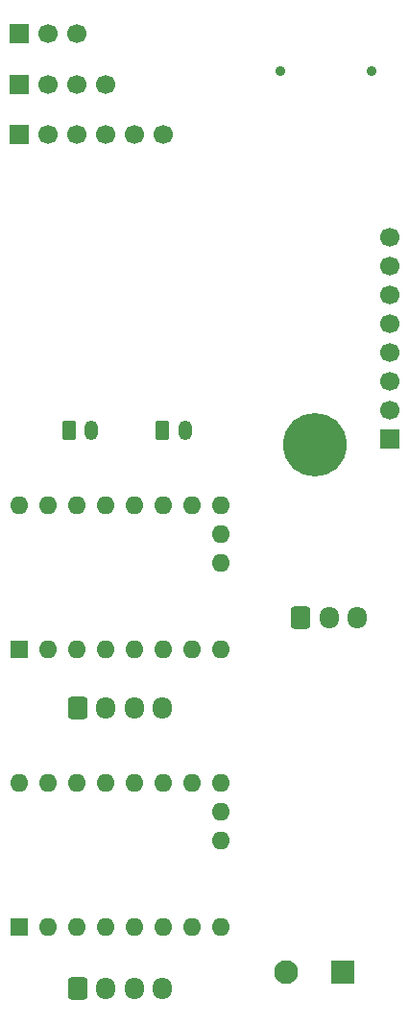
<source format=gbs>
G04 #@! TF.GenerationSoftware,KiCad,Pcbnew,9.0.5*
G04 #@! TF.CreationDate,2025-10-28T17:02:37+01:00*
G04 #@! TF.ProjectId,Laser_Electronics,4c617365-725f-4456-9c65-6374726f6e69,2*
G04 #@! TF.SameCoordinates,Original*
G04 #@! TF.FileFunction,Soldermask,Bot*
G04 #@! TF.FilePolarity,Negative*
%FSLAX46Y46*%
G04 Gerber Fmt 4.6, Leading zero omitted, Abs format (unit mm)*
G04 Created by KiCad (PCBNEW 9.0.5) date 2025-10-28 17:02:37*
%MOMM*%
%LPD*%
G01*
G04 APERTURE LIST*
G04 Aperture macros list*
%AMRoundRect*
0 Rectangle with rounded corners*
0 $1 Rounding radius*
0 $2 $3 $4 $5 $6 $7 $8 $9 X,Y pos of 4 corners*
0 Add a 4 corners polygon primitive as box body*
4,1,4,$2,$3,$4,$5,$6,$7,$8,$9,$2,$3,0*
0 Add four circle primitives for the rounded corners*
1,1,$1+$1,$2,$3*
1,1,$1+$1,$4,$5*
1,1,$1+$1,$6,$7*
1,1,$1+$1,$8,$9*
0 Add four rect primitives between the rounded corners*
20,1,$1+$1,$2,$3,$4,$5,0*
20,1,$1+$1,$4,$5,$6,$7,0*
20,1,$1+$1,$6,$7,$8,$9,0*
20,1,$1+$1,$8,$9,$2,$3,0*%
G04 Aperture macros list end*
%ADD10RoundRect,0.250000X-0.350000X-0.625000X0.350000X-0.625000X0.350000X0.625000X-0.350000X0.625000X0*%
%ADD11O,1.200000X1.750000*%
%ADD12R,1.700000X1.700000*%
%ADD13C,1.700000*%
%ADD14C,0.900000*%
%ADD15RoundRect,0.250000X-0.600000X-0.725000X0.600000X-0.725000X0.600000X0.725000X-0.600000X0.725000X0*%
%ADD16O,1.700000X1.950000*%
%ADD17C,5.600000*%
%ADD18R,1.600000X1.600000*%
%ADD19O,1.600000X1.600000*%
%ADD20RoundRect,0.250001X0.799999X0.799999X-0.799999X0.799999X-0.799999X-0.799999X0.799999X-0.799999X0*%
%ADD21C,2.100000*%
G04 APERTURE END LIST*
D10*
X118015000Y-92710000D03*
D11*
X120015000Y-92710000D03*
D12*
X113665000Y-57785000D03*
D13*
X116205000Y-57785000D03*
X118745000Y-57785000D03*
D10*
X126270000Y-92710000D03*
D11*
X128270000Y-92710000D03*
D12*
X113665000Y-62230000D03*
D13*
X116205000Y-62230000D03*
X118745000Y-62230000D03*
X121285000Y-62230000D03*
D14*
X136700968Y-61037855D03*
X144700968Y-61037855D03*
D12*
X113665000Y-66675000D03*
D13*
X116205000Y-66675000D03*
X118745000Y-66675000D03*
X121285000Y-66675000D03*
X123825000Y-66675000D03*
X126365000Y-66675000D03*
D15*
X138470000Y-109220000D03*
D16*
X140970000Y-109220000D03*
X143470000Y-109220000D03*
D17*
X139700000Y-93980000D03*
D18*
X113665000Y-136525000D03*
D19*
X116205000Y-136525000D03*
X118745000Y-136525000D03*
X121285000Y-136525000D03*
X123825000Y-136525000D03*
X126365000Y-136525000D03*
X128905000Y-136525000D03*
X131445000Y-136525000D03*
X131445000Y-123825000D03*
X128905000Y-123825000D03*
X126365000Y-123825000D03*
X123825000Y-123825000D03*
X121285000Y-123825000D03*
X118745000Y-123825000D03*
X116205000Y-123825000D03*
X113665000Y-123825000D03*
X131445000Y-126365000D03*
X131445000Y-128905000D03*
D12*
X146304000Y-93472000D03*
D13*
X146304000Y-90932000D03*
X146304000Y-88392000D03*
X146304000Y-85852000D03*
X146304000Y-83312000D03*
X146304000Y-80772000D03*
X146304000Y-78232000D03*
X146304000Y-75692000D03*
D18*
X113665000Y-112014000D03*
D19*
X116205000Y-112014000D03*
X118745000Y-112014000D03*
X121285000Y-112014000D03*
X123825000Y-112014000D03*
X126365000Y-112014000D03*
X128905000Y-112014000D03*
X131445000Y-112014000D03*
X131445000Y-99314000D03*
X128905000Y-99314000D03*
X126365000Y-99314000D03*
X123825000Y-99314000D03*
X121285000Y-99314000D03*
X118745000Y-99314000D03*
X116205000Y-99314000D03*
X113665000Y-99314000D03*
X131445000Y-101854000D03*
X131445000Y-104394000D03*
D15*
X118805000Y-117175000D03*
D16*
X121305000Y-117175000D03*
X123805000Y-117175000D03*
X126305000Y-117175000D03*
D15*
X118805000Y-141940000D03*
D16*
X121305000Y-141940000D03*
X123805000Y-141940000D03*
X126305000Y-141940000D03*
D20*
X142200000Y-140467500D03*
D21*
X137200000Y-140467500D03*
M02*

</source>
